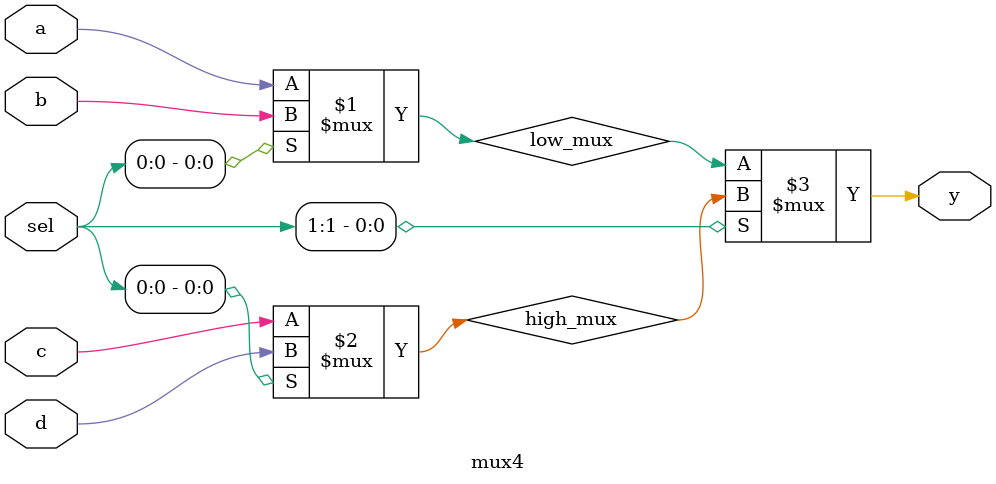
<source format=v>
module mux4(
  input a,
  input b,
  input c,
  input d,
  input [1:0] sel,
  output y
);

  wire low_mux;
  wire high_mux;

  assign low_mux = (sel[0] ? b : a);
  assign high_mux = (sel[0] ? d : c);
  assign y = (sel[1] ? high_mux : low_mux);

endmodule
</source>
